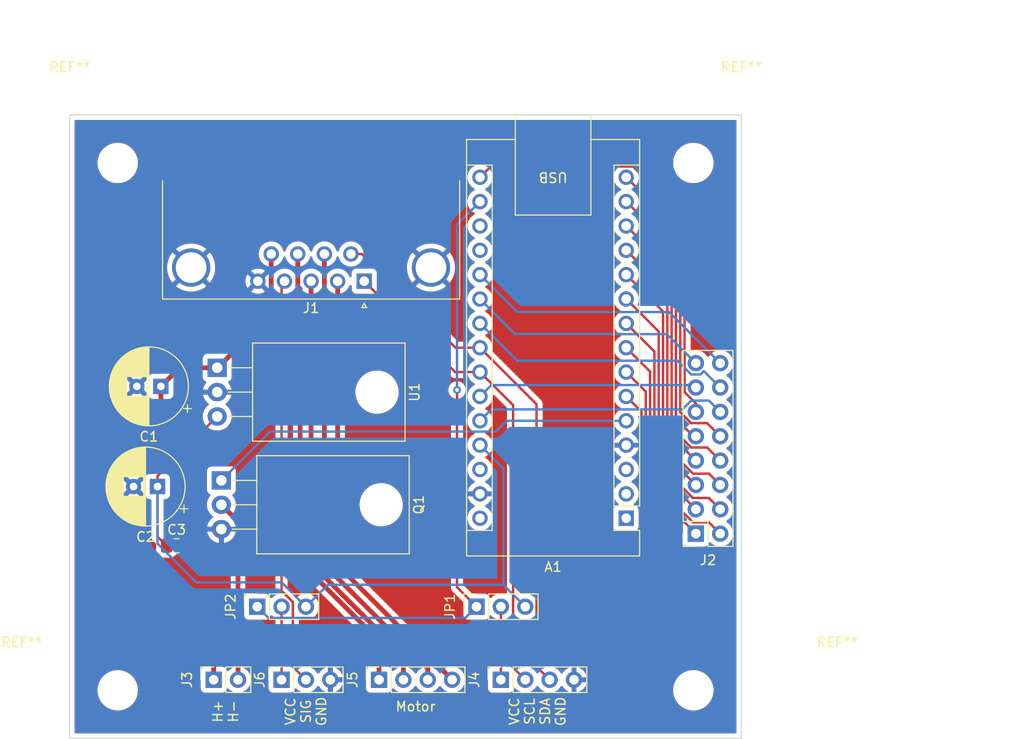
<source format=kicad_pcb>
(kicad_pcb (version 20211014) (generator pcbnew)
  (layers (0 "F.Cu" signal) (31 "B.Cu" signal) (34 "B.Paste" user) (35 "F.Paste" user) (36 "B.SilkS" user "B.Silkscreen") (37 "F.SilkS" user "F.Silkscreen") (38 "B.Mask" user) (39 "F.Mask" user) (44 "Edge.Cuts" user))
  (net 0 "")
  (net 4 "GND")
  (net 5 "Net-(A1-Pad5)")
  (net 6 "Net-(A1-Pad6)")
  (net 7 "Net-(A1-Pad7)")
  (net 8 "Net-(A1-Pad8)")
  (net 9 "Net-(A1-Pad9)")
  (net 10 "Net-(A1-Pad10)")
  (net 11 "Net-(A1-Pad11)")
  (net 12 "Net-(A1-Pad12)")
  (net 13 "Net-(A1-Pad13)")
  (net 14 "Net-(A1-Pad14)")
  (net 15 "Net-(A1-Pad15)")
  (net 16 "Net-(A1-Pad16)")
  (net 17 "+3.3V")
  (net 20 "Net-(A1-Pad20)")
  (net 21 "Net-(A1-Pad21)")
  (net 22 "Net-(A1-Pad22)")
  (net 23 "SDA")
  (net 24 "SCL")
  (net 25 "Net-(A1-Pad25)")
  (net 26 "Net-(A1-Pad26)")
  (net 27 "+5V")
  (net 30 "+12V")
  (net 31 "M2B")
  (net 32 "M1A")
  (net 33 "PEC")
  (net 34 "M2A")
  (net 35 "M1B")
  (net 36 "Net-(J3-Pad2)")
  (net 37 "Net-(J4-Pad1)")
  (net 38 "Net-(J6-Pad1)")
  (footprint "Connector_PinSocket_2.54mm:PinSocket_1x02_P2.54mm_Vertical" (layer "F.Cu") (at 125 88.9 90)
    (fp_text reference "J3" (at 0 -2.77 90) (layer "F.SilkS"))
    (fp_text value "Conn_01x02")
    (pad "1" thru_hole rect (at 0 0 90) (size 1.7 1.7) (drill 1) (layers *.Cu *.Mask) (net 30 "+12V"))
    (pad "2" thru_hole oval (at 0 2.54 90) (size 1.7 1.7) (drill 1) (layers *.Cu *.Mask) (net 36 "Net-(J3-Pad2)"))
  )
  (footprint "MountingHole:MountingHole_3.2mm_M3" (layer "F.Cu") (at 115 90)
    (fp_text reference "REF**" (at -10 -5) (layer "F.SilkS"))
    (fp_text value "MountingHole_3.2mm_M3")
    (pad "" np_thru_hole circle (at 0 0) (size 3.2 3.2) (drill 3.2) (layers *.Cu *.Mask))
  )
  (footprint "Module:Arduino_Nano" (layer "F.Cu") (at 168 72.05 180)
    (fp_text reference "A1" (at 7.62 -5.08) (layer "F.SilkS"))
    (fp_text value "Arduino_Nano_v3.x")
    (fp_text user "USB" (at 7.62 35.56 180 unlocked) (layer "F.SilkS"))
    (pad "1" thru_hole rect (at 0 0 180) (size 1.6 1.6) (drill 1) (layers *.Cu *.Mask))
    (pad "2" thru_hole oval (at 0 2.54 180) (size 1.6 1.6) (drill 1) (layers *.Cu *.Mask))
    (pad "3" thru_hole oval (at 0 5.08 180) (size 1.6 1.6) (drill 1) (layers *.Cu *.Mask))
    (pad "4" thru_hole oval (at 0 7.62 180) (size 1.6 1.6) (drill 1) (layers *.Cu *.Mask) (net 4 "GND"))
    (pad "5" thru_hole oval (at 0 10.16 180) (size 1.6 1.6) (drill 1) (layers *.Cu *.Mask) (net 5 "Net-(A1-Pad5)"))
    (pad "6" thru_hole oval (at 0 12.7 180) (size 1.6 1.6) (drill 1) (layers *.Cu *.Mask) (net 6 "Net-(A1-Pad6)"))
    (pad "7" thru_hole oval (at 0 15.24 180) (size 1.6 1.6) (drill 1) (layers *.Cu *.Mask) (net 7 "Net-(A1-Pad7)"))
    (pad "8" thru_hole oval (at 0 17.78 180) (size 1.6 1.6) (drill 1) (layers *.Cu *.Mask) (net 8 "Net-(A1-Pad8)"))
    (pad "9" thru_hole oval (at 0 20.32 180) (size 1.6 1.6) (drill 1) (layers *.Cu *.Mask) (net 9 "Net-(A1-Pad9)"))
    (pad "10" thru_hole oval (at 0 22.86 180) (size 1.6 1.6) (drill 1) (layers *.Cu *.Mask) (net 10 "Net-(A1-Pad10)"))
    (pad "11" thru_hole oval (at 0 25.4 180) (size 1.6 1.6) (drill 1) (layers *.Cu *.Mask) (net 11 "Net-(A1-Pad11)"))
    (pad "12" thru_hole oval (at 0 27.94 180) (size 1.6 1.6) (drill 1) (layers *.Cu *.Mask) (net 12 "Net-(A1-Pad12)"))
    (pad "13" thru_hole oval (at 0 30.48 180) (size 1.6 1.6) (drill 1) (layers *.Cu *.Mask) (net 13 "Net-(A1-Pad13)"))
    (pad "14" thru_hole oval (at 0 33.02 180) (size 1.6 1.6) (drill 1) (layers *.Cu *.Mask) (net 14 "Net-(A1-Pad14)"))
    (pad "15" thru_hole oval (at 0 35.56 180) (size 1.6 1.6) (drill 1) (layers *.Cu *.Mask) (net 15 "Net-(A1-Pad15)"))
    (pad "16" thru_hole oval (at 15.24 35.56 180) (size 1.6 1.6) (drill 1) (layers *.Cu *.Mask) (net 16 "Net-(A1-Pad16)"))
    (pad "17" thru_hole oval (at 15.24 33.02 180) (size 1.6 1.6) (drill 1) (layers *.Cu *.Mask) (net 17 "+3.3V"))
    (pad "18" thru_hole oval (at 15.24 30.48 180) (size 1.6 1.6) (drill 1) (layers *.Cu *.Mask))
    (pad "19" thru_hole oval (at 15.24 27.94 180) (size 1.6 1.6) (drill 1) (layers *.Cu *.Mask))
    (pad "20" thru_hole oval (at 15.24 25.4 180) (size 1.6 1.6) (drill 1) (layers *.Cu *.Mask) (net 20 "Net-(A1-Pad20)"))
    (pad "21" thru_hole oval (at 15.24 22.86 180) (size 1.6 1.6) (drill 1) (layers *.Cu *.Mask) (net 21 "Net-(A1-Pad21)"))
    (pad "22" thru_hole oval (at 15.24 20.32 180) (size 1.6 1.6) (drill 1) (layers *.Cu *.Mask) (net 22 "Net-(A1-Pad22)"))
    (pad "23" thru_hole oval (at 15.24 17.78 180) (size 1.6 1.6) (drill 1) (layers *.Cu *.Mask) (net 23 "SDA"))
    (pad "24" thru_hole oval (at 15.24 15.24 180) (size 1.6 1.6) (drill 1) (layers *.Cu *.Mask) (net 24 "SCL"))
    (pad "25" thru_hole oval (at 15.24 12.7 180) (size 1.6 1.6) (drill 1) (layers *.Cu *.Mask) (net 25 "Net-(A1-Pad25)"))
    (pad "26" thru_hole oval (at 15.24 10.16 180) (size 1.6 1.6) (drill 1) (layers *.Cu *.Mask) (net 26 "Net-(A1-Pad26)"))
    (pad "27" thru_hole oval (at 15.24 7.62 180) (size 1.6 1.6) (drill 1) (layers *.Cu *.Mask) (net 27 "+5V"))
    (pad "28" thru_hole oval (at 15.24 5.08 180) (size 1.6 1.6) (drill 1) (layers *.Cu *.Mask))
    (pad "29" thru_hole oval (at 15.24 2.54 180) (size 1.6 1.6) (drill 1) (layers *.Cu *.Mask) (net 4 "GND"))
    (pad "30" thru_hole oval (at 15.24 0 180) (size 1.6 1.6) (drill 1) (layers *.Cu *.Mask))
  )
  (footprint "Connector_PinSocket_2.54mm:PinSocket_1x03_P2.54mm_Vertical" (layer "F.Cu") (at 132.08 88.9 90)
    (fp_text reference "J6" (at 0 -2.286 90) (layer "F.SilkS"))
    (fp_text value "Conn_01x03")
    (pad "1" thru_hole rect (at 0 0 90) (size 1.7 1.7) (drill 1) (layers *.Cu *.Mask) (net 38 "Net-(J6-Pad1)"))
    (pad "2" thru_hole oval (at 0 2.54 90) (size 1.7 1.7) (drill 1) (layers *.Cu *.Mask) (net 33 "PEC"))
    (pad "3" thru_hole oval (at 0 5.08 90) (size 1.7 1.7) (drill 1) (layers *.Cu *.Mask) (net 4 "GND"))
  )
  (footprint "Connector_PinSocket_2.54mm:PinSocket_1x04_P2.54mm_Vertical" (layer "F.Cu") (at 142.24 88.9 90)
    (fp_text reference "J5" (at 0 -2.77 90) (layer "F.SilkS"))
    (fp_text value "Conn_01x04")
    (pad "1" thru_hole rect (at 0 0 90) (size 1.7 1.7) (drill 1) (layers *.Cu *.Mask) (net 35 "M1B"))
    (pad "2" thru_hole oval (at 0 2.54 90) (size 1.7 1.7) (drill 1) (layers *.Cu *.Mask) (net 32 "M1A"))
    (pad "3" thru_hole oval (at 0 5.08 90) (size 1.7 1.7) (drill 1) (layers *.Cu *.Mask) (net 34 "M2A"))
    (pad "4" thru_hole oval (at 0 7.62 90) (size 1.7 1.7) (drill 1) (layers *.Cu *.Mask) (net 31 "M2B"))
  )
  (footprint "Package_TO_SOT_THT:TO-220-3_Horizontal_TabDown" (layer "F.Cu") (at 125.805 68.11 -90)
    (fp_text reference "Q1" (at 2.54 -20.58 -90) (layer "F.SilkS"))
    (fp_text value "IRF540N")
    (pad "" np_thru_hole oval (at 2.54 -16.66 270) (size 3.5 3.5) (drill 3.5) (layers *.Cu *.Mask))
    (pad "1" thru_hole rect (at 0 0 270) (size 1.905 2) (drill 1.1) (layers *.Cu *.Mask) (net 5 "Net-(A1-Pad5)"))
    (pad "2" thru_hole oval (at 2.54 0 270) (size 1.905 2) (drill 1.1) (layers *.Cu *.Mask) (net 36 "Net-(J3-Pad2)"))
    (pad "3" thru_hole oval (at 5.08 0 270) (size 1.905 2) (drill 1.1) (layers *.Cu *.Mask) (net 4 "GND"))
  )
  (footprint "Capacitor_THT:CP_Radial_D8.0mm_P2.50mm" (layer "F.Cu") (at 119.5 58.3 180)
    (fp_text reference "C1" (at 1.25 -5.25) (layer "F.SilkS"))
    (fp_text value "C_Polarized")
    (pad "1" thru_hole rect (at 0 0 180) (size 1.6 1.6) (drill 0.8) (layers *.Cu *.Mask) (net 30 "+12V"))
    (pad "2" thru_hole circle (at 2.5 0 180) (size 1.6 1.6) (drill 0.8) (layers *.Cu *.Mask) (net 4 "GND"))
  )
  (footprint "Package_TO_SOT_THT:TO-220-3_Horizontal_TabDown" (layer "F.Cu") (at 125.37 56.36 -90)
    (fp_text reference "U1" (at 2.54 -20.58 90) (layer "F.SilkS"))
    (fp_text value "L7805")
    (pad "" np_thru_hole oval (at 2.54 -16.66 270) (size 3.5 3.5) (drill 3.5) (layers *.Cu *.Mask))
    (pad "1" thru_hole rect (at 0 0 270) (size 1.905 2) (drill 1.1) (layers *.Cu *.Mask) (net 30 "+12V"))
    (pad "2" thru_hole oval (at 2.54 0 270) (size 1.905 2) (drill 1.1) (layers *.Cu *.Mask) (net 4 "GND"))
    (pad "3" thru_hole oval (at 5.08 0 270) (size 1.905 2) (drill 1.1) (layers *.Cu *.Mask) (net 27 "+5V"))
  )
  (footprint "Capacitor_THT:CP_Radial_D8.0mm_P2.50mm" (layer "F.Cu") (at 119.15 68.75 180)
    (fp_text reference "C2" (at 1.25 -5.25) (layer "F.SilkS"))
    (fp_text value "C_Polarized")
    (pad "1" thru_hole rect (at 0 0 180) (size 1.6 1.6) (drill 0.8) (layers *.Cu *.Mask) (net 27 "+5V"))
    (pad "2" thru_hole circle (at 2.5 0 180) (size 1.6 1.6) (drill 0.8) (layers *.Cu *.Mask) (net 4 "GND"))
  )
  (footprint "Connector_PinSocket_2.54mm:PinSocket_2x08_P2.54mm_Vertical" (layer "F.Cu") (at 175.26 73.66 180)
    (fp_text reference "J2" (at -1.27 -2.77) (layer "F.SilkS"))
    (fp_text value "Conn_01x16_Male")
    (pad "1" thru_hole rect (at 0 0 180) (size 1.7 1.7) (drill 1) (layers *.Cu *.Mask) (net 6 "Net-(A1-Pad6)"))
    (pad "2" thru_hole oval (at -2.54 0 180) (size 1.7 1.7) (drill 1) (layers *.Cu *.Mask) (net 7 "Net-(A1-Pad7)"))
    (pad "3" thru_hole oval (at 0 2.54 180) (size 1.7 1.7) (drill 1) (layers *.Cu *.Mask) (net 8 "Net-(A1-Pad8)"))
    (pad "4" thru_hole oval (at -2.54 2.54 180) (size 1.7 1.7) (drill 1) (layers *.Cu *.Mask) (net 9 "Net-(A1-Pad9)"))
    (pad "5" thru_hole oval (at 0 5.08 180) (size 1.7 1.7) (drill 1) (layers *.Cu *.Mask) (net 10 "Net-(A1-Pad10)"))
    (pad "6" thru_hole oval (at -2.54 5.08 180) (size 1.7 1.7) (drill 1) (layers *.Cu *.Mask) (net 11 "Net-(A1-Pad11)"))
    (pad "7" thru_hole oval (at 0 7.62 180) (size 1.7 1.7) (drill 1) (layers *.Cu *.Mask) (net 12 "Net-(A1-Pad12)"))
    (pad "8" thru_hole oval (at -2.54 7.62 180) (size 1.7 1.7) (drill 1) (layers *.Cu *.Mask) (net 13 "Net-(A1-Pad13)"))
    (pad "9" thru_hole oval (at 0 10.16 180) (size 1.7 1.7) (drill 1) (layers *.Cu *.Mask) (net 14 "Net-(A1-Pad14)"))
    (pad "10" thru_hole oval (at -2.54 10.16 180) (size 1.7 1.7) (drill 1) (layers *.Cu *.Mask) (net 15 "Net-(A1-Pad15)"))
    (pad "11" thru_hole oval (at 0 12.7 180) (size 1.7 1.7) (drill 1) (layers *.Cu *.Mask) (net 16 "Net-(A1-Pad16)"))
    (pad "12" thru_hole oval (at -2.54 12.7 180) (size 1.7 1.7) (drill 1) (layers *.Cu *.Mask) (net 26 "Net-(A1-Pad26)"))
    (pad "13" thru_hole oval (at 0 15.24 180) (size 1.7 1.7) (drill 1) (layers *.Cu *.Mask) (net 25 "Net-(A1-Pad25)"))
    (pad "14" thru_hole oval (at -2.54 15.24 180) (size 1.7 1.7) (drill 1) (layers *.Cu *.Mask) (net 22 "Net-(A1-Pad22)"))
    (pad "15" thru_hole oval (at 0 17.78 180) (size 1.7 1.7) (drill 1) (layers *.Cu *.Mask) (net 21 "Net-(A1-Pad21)"))
    (pad "16" thru_hole oval (at -2.54 17.78 180) (size 1.7 1.7) (drill 1) (layers *.Cu *.Mask) (net 20 "Net-(A1-Pad20)"))
  )
  (footprint "MountingHole:MountingHole_3.2mm_M3" (layer "F.Cu") (at 115 35)
    (fp_text reference "REF**" (at -5 -10) (layer "F.SilkS"))
    (fp_text value "MountingHole_3.2mm_M3")
    (pad "" np_thru_hole circle (at 0 0) (size 3.2 3.2) (drill 3.2) (layers *.Cu *.Mask))
  )
  (footprint "Capacitor_SMD:C_0805_2012Metric_Pad1.18x1.45mm_HandSolder" (layer "F.Cu") (at 121.1365 74.93)
    (fp_text reference "C3" (at 0 -1.68) (layer "F.SilkS"))
    (fp_text value "C")
    (pad "1" smd roundrect (at -1.0375 0) (size 1.175 1.45) (layers "F.Cu" "F.Paste" "F.Mask") (roundrect_rratio 0.2127659574) (net 27 "+5V"))
    (pad "2" smd roundrect (at 1.0375 0) (size 1.175 1.45) (layers "F.Cu" "F.Paste" "F.Mask") (roundrect_rratio 0.2127659574) (net 4 "GND"))
  )
  (footprint "Connector_Dsub:DSUB-9_Male_Horizontal_P2.77x2.84mm_EdgePinOffset7.70mm_Housed_MountingHolesOffset9.12mm" (layer "F.Cu") (at 140.695 47.330331 180)
    (fp_text reference "J1" (at 5.54 -2.8) (layer "F.SilkS"))
    (fp_text value "DB9_Male_MountingHoles")
    (pad "0" thru_hole circle (at 18.04 1.42 180) (size 4 4) (drill 3.2) (layers *.Cu *.Mask) (net 4 "GND"))
    (pad "0" thru_hole circle (at -6.96 1.42 180) (size 4 4) (drill 3.2) (layers *.Cu *.Mask) (net 4 "GND"))
    (pad "1" thru_hole rect (at 0 0 180) (size 1.6 1.6) (drill 1) (layers *.Cu *.Mask) (net 24 "SCL"))
    (pad "2" thru_hole circle (at 2.77 0 180) (size 1.6 1.6) (drill 1) (layers *.Cu *.Mask) (net 31 "M2B"))
    (pad "3" thru_hole circle (at 5.54 0 180) (size 1.6 1.6) (drill 1) (layers *.Cu *.Mask) (net 32 "M1A"))
    (pad "4" thru_hole circle (at 8.31 0 180) (size 1.6 1.6) (drill 1) (layers *.Cu *.Mask) (net 33 "PEC"))
    (pad "5" thru_hole circle (at 11.08 0 180) (size 1.6 1.6) (drill 1) (layers *.Cu *.Mask) (net 4 "GND"))
    (pad "6" thru_hole circle (at 1.385 2.84 180) (size 1.6 1.6) (drill 1) (layers *.Cu *.Mask) (net 23 "SDA"))
    (pad "7" thru_hole circle (at 4.155 2.84 180) (size 1.6 1.6) (drill 1) (layers *.Cu *.Mask) (net 34 "M2A"))
    (pad "8" thru_hole circle (at 6.925 2.84 180) (size 1.6 1.6) (drill 1) (layers *.Cu *.Mask) (net 35 "M1B"))
    (pad "9" thru_hole circle (at 9.695 2.84 180) (size 1.6 1.6) (drill 1) (layers *.Cu *.Mask) (net 30 "+12V"))
  )
  (footprint "MountingHole:MountingHole_3.2mm_M3" (layer "F.Cu") (at 175 35)
    (fp_text reference "REF**" (at 5 -10) (layer "F.SilkS"))
    (fp_text value "MountingHole_3.2mm_M3")
    (pad "" np_thru_hole circle (at 0 0) (size 3.2 3.2) (drill 3.2) (layers *.Cu *.Mask))
  )
  (footprint "Connector_PinSocket_2.54mm:PinSocket_1x04_P2.54mm_Vertical" (layer "F.Cu") (at 154.94 88.9 90)
    (fp_text reference "J4" (at 0 -2.77 90) (layer "F.SilkS"))
    (fp_text value "Conn_01x04")
    (pad "1" thru_hole rect (at 0 0 90) (size 1.7 1.7) (drill 1) (layers *.Cu *.Mask) (net 37 "Net-(J4-Pad1)"))
    (pad "2" thru_hole oval (at 0 2.54 90) (size 1.7 1.7) (drill 1) (layers *.Cu *.Mask) (net 24 "SCL"))
    (pad "3" thru_hole oval (at 0 5.08 90) (size 1.7 1.7) (drill 1) (layers *.Cu *.Mask) (net 23 "SDA"))
    (pad "4" thru_hole oval (at 0 7.62 90) (size 1.7 1.7) (drill 1) (layers *.Cu *.Mask) (net 4 "GND"))
  )
  (footprint "Connector_PinSocket_2.54mm:PinSocket_1x03_P2.54mm_Vertical" (layer "F.Cu") (at 152.4 81.28 90)
    (fp_text reference "JP1" (at 0 -2.77 90) (layer "F.SilkS"))
    (fp_text value "Jumper_3_Open")
    (pad "1" thru_hole rect (at 0 0 90) (size 1.7 1.7) (drill 1) (layers *.Cu *.Mask) (net 17 "+3.3V"))
    (pad "2" thru_hole oval (at 0 2.54 90) (size 1.7 1.7) (drill 1) (layers *.Cu *.Mask) (net 37 "Net-(J4-Pad1)"))
    (pad "3" thru_hole oval (at 0 5.08 90) (size 1.7 1.7) (drill 1) (layers *.Cu *.Mask) (net 27 "+5V"))
  )
  (footprint "Connector_PinSocket_2.54mm:PinSocket_1x03_P2.54mm_Vertical" (layer "F.Cu") (at 129.54 81.28 90)
    (fp_text reference "JP2" (at 0 -2.77 90) (layer "F.SilkS"))
    (fp_text value "Jumper_3_Open")
    (pad "1" thru_hole rect (at 0 0 90) (size 1.7 1.7) (drill 1) (layers *.Cu *.Mask) (net 17 "+3.3V"))
    (pad "2" thru_hole oval (at 0 2.54 90) (size 1.7 1.7) (drill 1) (layers *.Cu *.Mask) (net 38 "Net-(J6-Pad1)"))
    (pad "3" thru_hole oval (at 0 5.08 90) (size 1.7 1.7) (drill 1) (layers *.Cu *.Mask) (net 27 "+5V"))
  )
  (footprint "MountingHole:MountingHole_3.2mm_M3" (layer "F.Cu") (at 175 90)
    (fp_text reference "REF**" (at 15 -5) (layer "F.SilkS"))
    (fp_text value "MountingHole_3.2mm_M3")
    (pad "" np_thru_hole circle (at 0 0) (size 3.2 3.2) (drill 3.2) (layers *.Cu *.Mask))
  )
  (gr_line (start 180 30) (end 110 30) (layer "Edge.Cuts") (width 0.1))
  (gr_line (start 180 95) (end 180 30) (layer "Edge.Cuts") (width 0.1))
  (gr_line (start 110 30) (end 110 95) (layer "Edge.Cuts") (width 0.1))
  (gr_line (start 110 95) (end 180 95) (layer "Edge.Cuts") (width 0.1))
  (gr_text "VCC\nSCL\nSDA\nGND" (at 158.75 92.202 90) (layer "F.SilkS") (effects (font (size 1 1))))
  (gr_text "VCC\nSIG\nGND" (at 134.62 92.202 90) (layer "F.SilkS") (effects (font (size 1 1))))
  (gr_text "Motor" (at 146.05 91.694) (layer "F.SilkS") (effects (font (size 1 1))))
  (gr_text "H+\nH-" (at 126.238 92.202 90) (layer "F.SilkS") (effects (font (size 1 1))))
  (segment (start 155.534 61.89) (end 154.409 63.015) (width 0.25) (layer "B.Cu") (net 5))
  (segment (start 168 61.89) (end 155.534 61.89) (width 0.25) (layer "B.Cu") (net 5))
  (segment (start 130.9 63.015) (end 125.805 68.11) (width 0.25) (layer "B.Cu") (net 5))
  (segment (start 154.409 63.015) (end 130.9 63.015) (width 0.25) (layer "B.Cu") (net 5))
  (segment (start 169.58999 67.98999) (end 175.26 73.66) (width 0.25) (layer "F.Cu") (net 6))
  (segment (start 169.58999 60.93999) (end 169.58999 67.98999) (width 0.25) (layer "F.Cu") (net 6))
  (segment (start 168 59.35) (end 169.58999 60.93999) (width 0.25) (layer "F.Cu") (net 6))
  (segment (start 174.963299 72.485) (end 176.625 72.485) (width 0.25) (layer "F.Cu") (net 7))
  (segment (start 176.625 72.485) (end 177.8 73.66) (width 0.25) (layer "F.Cu") (net 7))
  (segment (start 170.039491 58.849491) (end 170.039491 65.023952) (width 0.25) (layer "F.Cu") (net 7))
  (segment (start 170.139992 65.124453) (end 170.139992 67.661693) (width 0.25) (layer "F.Cu") (net 7))
  (segment (start 168 56.81) (end 170.039491 58.849491) (width 0.25) (layer "F.Cu") (net 7))
  (segment (start 170.039491 65.023952) (end 170.139992 65.124453) (width 0.25) (layer "F.Cu") (net 7))
  (segment (start 170.139992 67.661693) (end 174.963299 72.485) (width 0.25) (layer "F.Cu") (net 7))
  (segment (start 170.488992 64.837763) (end 170.589493 64.938264) (width 0.25) (layer "F.Cu") (net 8))
  (segment (start 168 54.27) (end 170.488992 56.758992) (width 0.25) (layer "F.Cu") (net 8))
  (segment (start 170.589493 64.938264) (end 170.589493 66.449493) (width 0.25) (layer "F.Cu") (net 8))
  (segment (start 170.488992 56.758992) (end 170.488992 64.837763) (width 0.25) (layer "F.Cu") (net 8))
  (segment (start 170.589493 66.449493) (end 175.26 71.12) (width 0.25) (layer "F.Cu") (net 8))
  (segment (start 171.038994 64.752075) (end 171.038994 66.020695) (width 0.25) (layer "F.Cu") (net 9))
  (segment (start 174.963299 69.945) (end 176.625 69.945) (width 0.25) (layer "F.Cu") (net 9))
  (segment (start 171.038994 66.020695) (end 174.963299 69.945) (width 0.25) (layer "F.Cu") (net 9))
  (segment (start 170.938493 54.668493) (end 170.938493 64.651574) (width 0.25) (layer "F.Cu") (net 9))
  (segment (start 168 51.73) (end 170.938493 54.668493) (width 0.25) (layer "F.Cu") (net 9))
  (segment (start 170.938493 64.651574) (end 171.038994 64.752075) (width 0.25) (layer "F.Cu") (net 9))
  (segment (start 176.625 69.945) (end 177.8 71.12) (width 0.25) (layer "F.Cu") (net 9))
  (segment (start 171.488495 64.808495) (end 175.26 68.58) (width 0.25) (layer "F.Cu") (net 10))
  (segment (start 171.387994 52.577994) (end 171.387994 64.465385) (width 0.25) (layer "F.Cu") (net 10))
  (segment (start 171.488495 64.565886) (end 171.488495 64.808495) (width 0.25) (layer "F.Cu") (net 10))
  (segment (start 171.387994 64.465385) (end 171.488495 64.565886) (width 0.25) (layer "F.Cu") (net 10))
  (segment (start 168 49.19) (end 171.387994 52.577994) (width 0.25) (layer "F.Cu") (net 10))
  (segment (start 174.963299 67.405) (end 176.625 67.405) (width 0.25) (layer "F.Cu") (net 11))
  (segment (start 171.837495 50.487495) (end 171.837495 64.279196) (width 0.25) (layer "F.Cu") (net 11))
  (segment (start 168 46.65) (end 171.837495 50.487495) (width 0.25) (layer "F.Cu") (net 11))
  (segment (start 176.625 67.405) (end 177.8 68.58) (width 0.25) (layer "F.Cu") (net 11))
  (segment (start 171.837495 64.279196) (end 174.963299 67.405) (width 0.25) (layer "F.Cu") (net 11))
  (segment (start 172.286996 63.066996) (end 175.26 66.04) (width 0.25) (layer "F.Cu") (net 12))
  (segment (start 172.286996 48.396996) (end 172.286996 63.066996) (width 0.25) (layer "F.Cu") (net 12))
  (segment (start 168 44.11) (end 172.286996 48.396996) (width 0.25) (layer "F.Cu") (net 12))
  (segment (start 176.435 64.675) (end 177.8 66.04) (width 0.25) (layer "F.Cu") (net 13))
  (segment (start 174.773299 64.675) (end 176.435 64.675) (width 0.25) (layer "F.Cu") (net 13))
  (segment (start 168 41.57) (end 172.736497 46.306497) (width 0.25) (layer "F.Cu") (net 13))
  (segment (start 172.736497 62.638198) (end 174.773299 64.675) (width 0.25) (layer "F.Cu") (net 13))
  (segment (start 172.736497 46.306497) (end 172.736497 62.638198) (width 0.25) (layer "F.Cu") (net 13))
  (segment (start 173.185998 61.679998) (end 175.006 63.5) (width 0.25) (layer "F.Cu") (net 14))
  (segment (start 173.185998 44.215998) (end 173.185998 61.679998) (width 0.25) (layer "F.Cu") (net 14))
  (segment (start 175.006 63.5) (end 175.26 63.5) (width 0.25) (layer "F.Cu") (net 14))
  (segment (start 168 39.03) (end 173.185998 44.215998) (width 0.25) (layer "F.Cu") (net 14))
  (segment (start 173.635499 42.125499) (end 173.635499 60.9972) (width 0.25) (layer "F.Cu") (net 15))
  (segment (start 168 36.49) (end 173.635499 42.125499) (width 0.25) (layer "F.Cu") (net 15))
  (segment (start 173.635499 60.9972) (end 174.773299 62.135) (width 0.25) (layer "F.Cu") (net 15))
  (segment (start 176.435 62.135) (end 177.8 63.5) (width 0.25) (layer "F.Cu") (net 15))
  (segment (start 174.773299 62.135) (end 176.435 62.135) (width 0.25) (layer "F.Cu") (net 15))
  (segment (start 174.085 58.906701) (end 174.085 40.735) (width 0.25) (layer "F.Cu") (net 16))
  (segment (start 175.26 60.081701) (end 174.085 58.906701) (width 0.25) (layer "F.Cu") (net 16))
  (segment (start 174.085 40.735) (end 168.715 35.365) (width 0.25) (layer "F.Cu") (net 16))
  (segment (start 175.26 60.96) (end 175.26 60.081701) (width 0.25) (layer "F.Cu") (net 16))
  (segment (start 168.715 35.365) (end 153.885 35.365) (width 0.25) (layer "F.Cu") (net 16))
  (segment (start 153.885 35.365) (end 152.76 36.49) (width 0.25) (layer "F.Cu") (net 16))
  (segment (start 152.4 81.28) (end 150.368 79.248) (width 0.25) (layer "F.Cu") (net 17))
  (segment (start 150.368 79.248) (end 150.368 58.674) (width 0.25) (layer "F.Cu") (net 17))
  (via (at 150.368 58.674) (size 0.8) (drill 0.4) (layers "F.Cu" "B.Cu") (net 17))
  (segment (start 130.715 82.455) (end 129.54 81.28) (width 0.25) (layer "B.Cu") (net 17))
  (segment (start 150.368 41.422) (end 152.76 39.03) (width 0.25) (layer "B.Cu") (net 17))
  (segment (start 152.4 81.28) (end 151.225 82.455) (width 0.25) (layer "B.Cu") (net 17))
  (segment (start 151.225 82.455) (end 130.715 82.455) (width 0.25) (layer "B.Cu") (net 17))
  (segment (start 150.368 58.674) (end 150.368 41.422) (width 0.25) (layer "B.Cu") (net 17))
  (segment (start 172.466 50.546) (end 156.656 50.546) (width 0.25) (layer "B.Cu") (net 20))
  (segment (start 177.8 55.88) (end 172.466 50.546) (width 0.25) (layer "B.Cu") (net 20))
  (segment (start 156.656 50.546) (end 152.76 46.65) (width 0.25) (layer "B.Cu") (net 20))
  (segment (start 175.26 55.88) (end 172.235 52.855) (width 0.25) (layer "B.Cu") (net 21))
  (segment (start 167.511009 52.832) (end 156.402 52.832) (width 0.25) (layer "B.Cu") (net 21))
  (segment (start 172.235 52.855) (end 167.534009 52.855) (width 0.25) (layer "B.Cu") (net 21))
  (segment (start 167.534009 52.855) (end 167.511009 52.832) (width 0.25) (layer "B.Cu") (net 21))
  (segment (start 156.402 52.832) (end 152.76 49.19) (width 0.25) (layer "B.Cu") (net 21))
  (segment (start 156.656 55.626) (end 152.76 51.73) (width 0.25) (layer "B.Cu") (net 22))
  (segment (start 174.773299 57.055) (end 173.344299 55.626) (width 0.25) (layer "B.Cu") (net 22))
  (segment (start 173.344299 55.626) (end 156.656 55.626) (width 0.25) (layer "B.Cu") (net 22))
  (segment (start 175.746701 57.055) (end 174.773299 57.055) (width 0.25) (layer "B.Cu") (net 22))
  (segment (start 176.09085 56.71085) (end 175.746701 57.055) (width 0.25) (layer "B.Cu") (net 22))
  (segment (start 177.8 58.42) (end 176.09085 56.71085) (width 0.25) (layer "B.Cu") (net 22))
  (segment (start 140.44137 44.490331) (end 150.221039 54.27) (width 0.25) (layer "F.Cu") (net 23))
  (segment (start 158.655 60.165) (end 158.655 87.535) (width 0.25) (layer "F.Cu") (net 23))
  (segment (start 139.31 44.490331) (end 140.44137 44.490331) (width 0.25) (layer "F.Cu") (net 23))
  (segment (start 152.76 54.27) (end 158.655 60.165) (width 0.25) (layer "F.Cu") (net 23))
  (segment (start 150.221039 54.27) (end 152.76 54.27) (width 0.25) (layer "F.Cu") (net 23))
  (segment (start 158.655 87.535) (end 160.02 88.9) (width 0.25) (layer "F.Cu") (net 23))
  (segment (start 152.76 56.81) (end 150.174669 56.81) (width 0.25) (layer "F.Cu") (net 24))
  (segment (start 156.21 87.63) (end 156.21 60.26) (width 0.25) (layer "F.Cu") (net 24))
  (segment (start 157.48 88.9) (end 156.21 87.63) (width 0.25) (layer "F.Cu") (net 24))
  (segment (start 156.21 60.26) (end 152.76 56.81) (width 0.25) (layer "F.Cu") (net 24))
  (segment (start 150.174669 56.81) (end 140.695 47.330331) (width 0.25) (layer "F.Cu") (net 24))
  (segment (start 175.006 58.166) (end 153.944 58.166) (width 0.25) (layer "B.Cu") (net 25))
  (segment (start 175.26 58.42) (end 175.006 58.166) (width 0.25) (layer "B.Cu") (net 25))
  (segment (start 153.944 58.166) (end 152.76 59.35) (width 0.25) (layer "B.Cu") (net 25))
  (segment (start 173.852299 60.706) (end 153.944 60.706) (width 0.25) (layer "B.Cu") (net 26))
  (segment (start 153.944 60.706) (end 152.76 61.89) (width 0.25) (layer "B.Cu") (net 26))
  (segment (start 176.625 59.785) (end 174.773299 59.785) (width 0.25) (layer "B.Cu") (net 26))
  (segment (start 174.773299 59.785) (end 173.852299 60.706) (width 0.25) (layer "B.Cu") (net 26))
  (segment (start 177.8 60.96) (end 176.625 59.785) (width 0.25) (layer "B.Cu") (net 26))
  (segment (start 119.15 73.981) (end 120.099 74.93) (width 0.25) (layer "F.Cu") (net 27))
  (segment (start 119.15 68.75) (end 119.15 73.981) (width 0.25) (layer "F.Cu") (net 27))
  (segment (start 125.37 61.44) (end 119.15 67.66) (width 0.25) (layer "F.Cu") (net 27))
  (segment (start 119.15 67.66) (end 119.15 68.75) (width 0.25) (layer "F.Cu") (net 27))
  (segment (start 155.194 78.994) (end 157.48 81.28) (width 0.25) (layer "B.Cu") (net 27))
  (segment (start 132.08 78.74) (end 134.62 81.28) (width 0.25) (layer "B.Cu") (net 27))
  (segment (start 119.15 74.7) (end 123.19 78.74) (width 0.25) (layer "B.Cu") (net 27))
  (segment (start 152.76 64.43) (end 155.194 66.864) (width 0.25) (layer "B.Cu") (net 27))
  (segment (start 123.19 78.74) (end 132.08 78.74) (width 0.25) (layer "B.Cu") (net 27))
  (segment (start 134.62 81.28) (end 136.906 78.994) (width 0.25) (layer "B.Cu") (net 27))
  (segment (start 136.906 78.994) (end 155.194 78.994) (width 0.25) (layer "B.Cu") (net 27))
  (segment (start 119.15 68.75) (end 119.15 74.7) (width 0.25) (layer "B.Cu") (net 27))
  (segment (start 155.194 66.864) (end 155.194 78.994) (width 0.25) (layer "B.Cu") (net 27))
  (segment (start 119.5 58.3) (end 121.44 56.36) (width 0.5) (layer "F.Cu") (net 30))
  (segment (start 114.3 66.04) (end 119.5 60.84) (width 0.5) (layer "F.Cu") (net 30))
  (segment (start 125 86.9) (end 114.3 76.2) (width 0.5) (layer "F.Cu") (net 30))
  (segment (start 125.4175 56.36) (end 131 50.7775) (width 0.5) (layer "F.Cu") (net 30))
  (segment (start 125.37 56.36) (end 125.4175 56.36) (width 0.5) (layer "F.Cu") (net 30))
  (segment (start 121.44 56.36) (end 125.37 56.36) (width 0.5) (layer "F.Cu") (net 30))
  (segment (start 125 88.9) (end 125 86.9) (width 0.5) (layer "F.Cu") (net 30))
  (segment (start 131 50.7775) (end 131 44.490331) (width 0.5) (layer "F.Cu") (net 30))
  (segment (start 119.5 60.84) (end 119.5 58.3) (width 0.5) (layer "F.Cu") (net 30))
  (segment (start 114.3 76.2) (end 114.3 66.04) (width 0.5) (layer "F.Cu") (net 30))
  (segment (start 137.925 76.965) (end 137.925 47.330331) (width 0.5) (layer "F.Cu") (net 31))
  (segment (start 149.86 88.9) (end 137.925 76.965) (width 0.5) (layer "F.Cu") (net 31))
  (segment (start 135.155 76.761756) (end 135.155 47.330331) (width 0.5) (layer "F.Cu") (net 32))
  (segment (start 144.78 86.386756) (end 135.155 76.761756) (width 0.5) (layer "F.Cu") (net 32))
  (segment (start 144.78 88.9) (end 144.78 86.386756) (width 0.5) (layer "F.Cu") (net 32))
  (segment (start 132.08 47.635331) (end 132.385 47.330331) (width 0.25) (layer "F.Cu") (net 33))
  (segment (start 134.62 88.9) (end 133.255 87.535) (width 0.25) (layer "F.Cu") (net 33))
  (segment (start 133.255 87.535) (end 133.255 80.793299) (width 0.25) (layer "F.Cu") (net 33))
  (segment (start 132.08 79.618299) (end 132.08 47.635331) (width 0.25) (layer "F.Cu") (net 33))
  (segment (start 133.255 80.793299) (end 132.08 79.618299) (width 0.25) (layer "F.Cu") (net 33))
  (segment (start 136.54 76.917919) (end 136.54 44.490331) (width 0.5) (layer "F.Cu") (net 34))
  (segment (start 147.32 88.9) (end 147.32 87.697919) (width 0.5) (layer "F.Cu") (net 34))
  (segment (start 147.32 87.697919) (end 136.54 76.917919) (width 0.5) (layer "F.Cu") (net 34))
  (segment (start 133.77 47.902864) (end 133.77 44.490331) (width 0.5) (layer "F.Cu") (net 35))
  (segment (start 134.019501 48.152364) (end 133.77 47.902864) (width 0.5) (layer "F.Cu") (net 35))
  (segment (start 134.019501 76.615501) (end 134.019501 48.152364) (width 0.5) (layer "F.Cu") (net 35))
  (segment (start 142.24 84.836) (end 134.019501 76.615501) (width 0.5) (layer "F.Cu") (net 35))
  (segment (start 142.24 88.9) (end 142.24 84.836) (width 0.5) (layer "F.Cu") (net 35))
  (segment (start 127.54 72.385) (end 127.54 88.9) (width 0.5) (layer "F.Cu") (net 36))
  (segment (start 125.805 70.65) (end 127.54 72.385) (width 0.5) (layer "F.Cu") (net 36))
  (segment (start 154.94 88.9) (end 154.94 81.28) (width 0.25) (layer "F.Cu") (net 37))
  (segment (start 132.08 81.28) (end 132.08 88.9) (width 0.25) (layer "F.Cu") (net 38))
  (zone (net 4) (net_name "GND") (layer "F.Cu") (connect_pads (clearance 0.508)) (min_thickness 0.254) (fill yes (thermal_gap 0.508) (thermal_bridge_width 0.508))
    (polygon (pts (xy 180 95) (xy 110 95) (xy 110 30) (xy 180 30)))
  )
  (zone (net 4) (net_name "GND") (layer "B.Cu") (connect_pads (clearance 0.508)) (min_thickness 0.254) (fill yes (thermal_gap 0.508) (thermal_bridge_width 0.508))
    (polygon (pts (xy 180 95) (xy 110 95) (xy 110 30) (xy 180 30)))
  )
)
</source>
